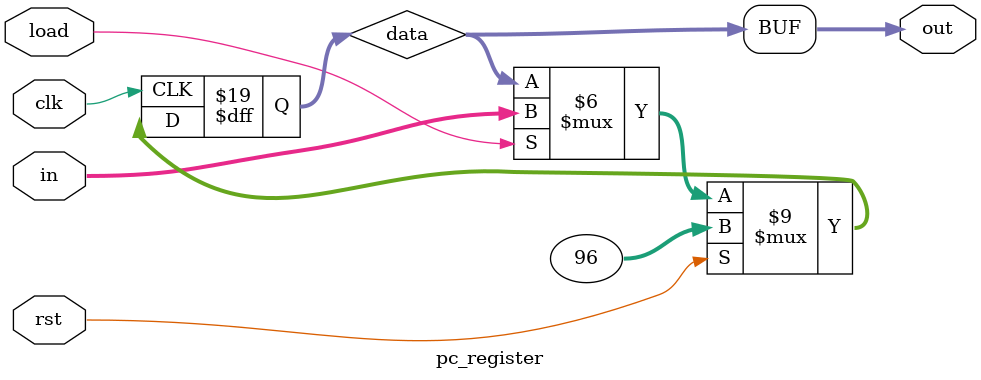
<source format=sv>
module pc_register #(parameter width = 32)
(
    input clk,
    input rst,
    input load,
    input [width-1:0] in,
    output logic [width-1:0] out
);

/*
* PC needs to start at 0x60
 */
logic [width-1:0] data;
logic [127:0] counter;
always_ff @(posedge clk)
begin
    if (rst)
    begin
        data <= 32'h00000060;
	counter <= '0;
    end
    else if (load)
    begin
        data <= in;
	if (in != data) begin
		counter <= counter + 1;
	end
    end
    else
    begin
        data <= data;
    end
end

always_comb
begin
    out = data;
end

endmodule : pc_register

</source>
